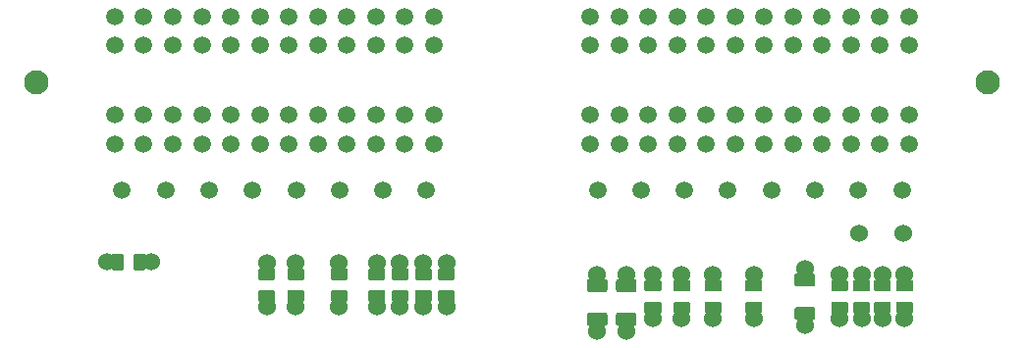
<source format=gts>
G75*
G70*
%OFA0B0*%
%FSLAX25Y25*%
%IPPOS*%
%LPD*%
%AMOC8*
5,1,8,0,0,1.08239X$1,22.5*
%
%ADD10C,0.05906*%
%ADD11C,0.06000*%
%ADD16C,0.08268*%
X0000000Y0000000D02*
%LPD*%
G01*
D16*
X0008481Y0330774D03*
X0331316Y0330774D03*
D10*
X0304741Y0353214D03*
X0294899Y0353214D03*
X0285056Y0353214D03*
X0275214Y0353214D03*
X0265371Y0353214D03*
X0255529Y0353214D03*
X0245686Y0353214D03*
X0235844Y0353214D03*
X0226001Y0353214D03*
X0216159Y0353214D03*
X0206316Y0353214D03*
X0196473Y0353214D03*
X0304741Y0343372D03*
X0294899Y0343372D03*
X0285056Y0343372D03*
X0275214Y0343372D03*
X0265371Y0343372D03*
X0255529Y0343372D03*
X0245686Y0343372D03*
X0235844Y0343372D03*
X0226001Y0343372D03*
X0216159Y0343372D03*
X0206316Y0343372D03*
X0196473Y0343372D03*
X0304741Y0319750D03*
X0294899Y0319750D03*
X0285056Y0319750D03*
X0275214Y0319750D03*
X0265371Y0319750D03*
X0255529Y0319750D03*
X0245686Y0319750D03*
X0235844Y0319750D03*
X0226001Y0319750D03*
X0216159Y0319750D03*
X0206316Y0319750D03*
X0196473Y0319750D03*
X0304741Y0309907D03*
X0294899Y0309907D03*
X0285056Y0309907D03*
X0275214Y0309907D03*
X0265371Y0309907D03*
X0255529Y0309907D03*
X0245686Y0309907D03*
X0235844Y0309907D03*
X0226001Y0309907D03*
X0216159Y0309907D03*
X0206316Y0309907D03*
X0196473Y0309907D03*
X0302281Y0294159D03*
X0287517Y0294159D03*
X0272753Y0294159D03*
X0257989Y0294159D03*
X0243225Y0294159D03*
X0228462Y0294159D03*
X0213698Y0294159D03*
X0198934Y0294159D03*
X0143324Y0353214D03*
X0133481Y0353214D03*
X0123639Y0353214D03*
X0113796Y0353214D03*
X0103954Y0353214D03*
X0094111Y0353214D03*
X0084269Y0353214D03*
X0074426Y0353214D03*
X0064584Y0353214D03*
X0054741Y0353214D03*
X0044899Y0353214D03*
X0035056Y0353214D03*
X0143324Y0343372D03*
X0133481Y0343372D03*
X0123639Y0343372D03*
X0113796Y0343372D03*
X0103954Y0343372D03*
X0094111Y0343372D03*
X0084269Y0343372D03*
X0074426Y0343372D03*
X0064584Y0343372D03*
X0054741Y0343372D03*
X0044899Y0343372D03*
X0035056Y0343372D03*
X0143324Y0319750D03*
X0133481Y0319750D03*
X0123639Y0319750D03*
X0113796Y0319750D03*
X0103954Y0319750D03*
X0094111Y0319750D03*
X0084269Y0319750D03*
X0074426Y0319750D03*
X0064584Y0319750D03*
X0054741Y0319750D03*
X0044899Y0319750D03*
X0035056Y0319750D03*
X0143324Y0309907D03*
X0133481Y0309907D03*
X0123639Y0309907D03*
X0113796Y0309907D03*
X0103954Y0309907D03*
X0094111Y0309907D03*
X0084269Y0309907D03*
X0074426Y0309907D03*
X0064584Y0309907D03*
X0054741Y0309907D03*
X0044899Y0309907D03*
X0035056Y0309907D03*
X0140863Y0294159D03*
X0126099Y0294159D03*
X0111336Y0294159D03*
X0096572Y0294159D03*
X0081808Y0294159D03*
X0067044Y0294159D03*
X0052281Y0294159D03*
X0037517Y0294159D03*
D11*
X0131890Y0269311D03*
G36*
G01*
X0129429Y0267520D02*
X0134350Y0267520D01*
G75*
G02*
X0134744Y0267126I0000000J-000394D01*
G01*
X0134744Y0263976D01*
G75*
G02*
X0134350Y0263583I-000394J0000000D01*
G01*
X0129429Y0263583D01*
G75*
G02*
X0129035Y0263976I0000000J0000394D01*
G01*
X0129035Y0267126D01*
G75*
G02*
X0129429Y0267520I0000394J0000000D01*
G01*
G37*
G36*
G01*
X0129429Y0260039D02*
X0134350Y0260039D01*
G75*
G02*
X0134744Y0259646I0000000J-000394D01*
G01*
X0134744Y0256496D01*
G75*
G02*
X0134350Y0256102I-000394J0000000D01*
G01*
X0129429Y0256102D01*
G75*
G02*
X0129035Y0256496I0000000J0000394D01*
G01*
X0129035Y0259646D01*
G75*
G02*
X0129429Y0260039I0000394J0000000D01*
G01*
G37*
X0131890Y0254311D03*
X0032244Y0269685D03*
G36*
G01*
X0034035Y0267224D02*
X0034035Y0272146D01*
G75*
G02*
X0034429Y0272539I0000394J0000000D01*
G01*
X0037579Y0272539D01*
G75*
G02*
X0037972Y0272146I0000000J-000394D01*
G01*
X0037972Y0267224D01*
G75*
G02*
X0037579Y0266831I-000394J0000000D01*
G01*
X0034429Y0266831D01*
G75*
G02*
X0034035Y0267224I0000000J0000394D01*
G01*
G37*
G36*
G01*
X0041516Y0267224D02*
X0041516Y0272146D01*
G75*
G02*
X0041910Y0272539I0000394J0000000D01*
G01*
X0045059Y0272539D01*
G75*
G02*
X0045453Y0272146I0000000J-000394D01*
G01*
X0045453Y0267224D01*
G75*
G02*
X0045059Y0266831I-000394J0000000D01*
G01*
X0041910Y0266831D01*
G75*
G02*
X0041516Y0267224I0000000J0000394D01*
G01*
G37*
X0047244Y0269685D03*
X0124016Y0269311D03*
G36*
G01*
X0121555Y0267520D02*
X0126476Y0267520D01*
G75*
G02*
X0126870Y0267126I0000000J-000394D01*
G01*
X0126870Y0263976D01*
G75*
G02*
X0126476Y0263583I-000394J0000000D01*
G01*
X0121555Y0263583D01*
G75*
G02*
X0121161Y0263976I0000000J0000394D01*
G01*
X0121161Y0267126D01*
G75*
G02*
X0121555Y0267520I0000394J0000000D01*
G01*
G37*
G36*
G01*
X0121555Y0260039D02*
X0126476Y0260039D01*
G75*
G02*
X0126870Y0259646I0000000J-000394D01*
G01*
X0126870Y0256496D01*
G75*
G02*
X0126476Y0256102I-000394J0000000D01*
G01*
X0121555Y0256102D01*
G75*
G02*
X0121161Y0256496I0000000J0000394D01*
G01*
X0121161Y0259646D01*
G75*
G02*
X0121555Y0260039I0000394J0000000D01*
G01*
G37*
X0124016Y0254311D03*
X0086614Y0269311D03*
G36*
G01*
X0084154Y0267520D02*
X0089075Y0267520D01*
G75*
G02*
X0089469Y0267126I0000000J-000394D01*
G01*
X0089469Y0263976D01*
G75*
G02*
X0089075Y0263583I-000394J0000000D01*
G01*
X0084154Y0263583D01*
G75*
G02*
X0083760Y0263976I0000000J0000394D01*
G01*
X0083760Y0267126D01*
G75*
G02*
X0084154Y0267520I0000394J0000000D01*
G01*
G37*
G36*
G01*
X0084154Y0260039D02*
X0089075Y0260039D01*
G75*
G02*
X0089469Y0259646I0000000J-000394D01*
G01*
X0089469Y0256496D01*
G75*
G02*
X0089075Y0256102I-000394J0000000D01*
G01*
X0084154Y0256102D01*
G75*
G02*
X0083760Y0256496I0000000J0000394D01*
G01*
X0083760Y0259646D01*
G75*
G02*
X0084154Y0260039I0000394J0000000D01*
G01*
G37*
X0086614Y0254311D03*
X0208661Y0265551D03*
G36*
G01*
X0205118Y0260256D02*
X0205118Y0262972D01*
G75*
G02*
X0206024Y0263878I0000906J0000000D01*
G01*
X0211299Y0263878D01*
G75*
G02*
X0212205Y0262972I0000000J-000906D01*
G01*
X0212205Y0260256D01*
G75*
G02*
X0211299Y0259350I-000906J0000000D01*
G01*
X0206024Y0259350D01*
G75*
G02*
X0205118Y0260256I0000000J0000906D01*
G01*
G37*
G36*
G01*
X0205118Y0248839D02*
X0205118Y0251555D01*
G75*
G02*
X0206024Y0252461I0000906J0000000D01*
G01*
X0211299Y0252461D01*
G75*
G02*
X0212205Y0251555I0000000J-000906D01*
G01*
X0212205Y0248839D01*
G75*
G02*
X0211299Y0247933I-000906J0000000D01*
G01*
X0206024Y0247933D01*
G75*
G02*
X0205118Y0248839I0000000J0000906D01*
G01*
G37*
X0208661Y0246260D03*
X0111220Y0269311D03*
G36*
G01*
X0108760Y0267520D02*
X0113681Y0267520D01*
G75*
G02*
X0114075Y0267126I0000000J-000394D01*
G01*
X0114075Y0263976D01*
G75*
G02*
X0113681Y0263583I-000394J0000000D01*
G01*
X0108760Y0263583D01*
G75*
G02*
X0108366Y0263976I0000000J0000394D01*
G01*
X0108366Y0267126D01*
G75*
G02*
X0108760Y0267520I0000394J0000000D01*
G01*
G37*
G36*
G01*
X0108760Y0260039D02*
X0113681Y0260039D01*
G75*
G02*
X0114075Y0259646I0000000J-000394D01*
G01*
X0114075Y0256496D01*
G75*
G02*
X0113681Y0256102I-000394J0000000D01*
G01*
X0108760Y0256102D01*
G75*
G02*
X0108366Y0256496I0000000J0000394D01*
G01*
X0108366Y0259646D01*
G75*
G02*
X0108760Y0260039I0000394J0000000D01*
G01*
G37*
X0111220Y0254311D03*
X0269291Y0267520D03*
G36*
G01*
X0265748Y0262224D02*
X0265748Y0264941D01*
G75*
G02*
X0266654Y0265846I0000906J0000000D01*
G01*
X0271929Y0265846D01*
G75*
G02*
X0272835Y0264941I0000000J-000906D01*
G01*
X0272835Y0262224D01*
G75*
G02*
X0271929Y0261319I-000906J0000000D01*
G01*
X0266654Y0261319D01*
G75*
G02*
X0265748Y0262224I0000000J0000906D01*
G01*
G37*
G36*
G01*
X0265748Y0250807D02*
X0265748Y0253524D01*
G75*
G02*
X0266654Y0254429I0000906J0000000D01*
G01*
X0271929Y0254429D01*
G75*
G02*
X0272835Y0253524I0000000J-000906D01*
G01*
X0272835Y0250807D01*
G75*
G02*
X0271929Y0249902I-000906J0000000D01*
G01*
X0266654Y0249902D01*
G75*
G02*
X0265748Y0250807I0000000J0000906D01*
G01*
G37*
X0269291Y0248228D03*
X0198819Y0265551D03*
G36*
G01*
X0195276Y0260256D02*
X0195276Y0262972D01*
G75*
G02*
X0196181Y0263878I0000906J0000000D01*
G01*
X0201457Y0263878D01*
G75*
G02*
X0202362Y0262972I0000000J-000906D01*
G01*
X0202362Y0260256D01*
G75*
G02*
X0201457Y0259350I-000906J0000000D01*
G01*
X0196181Y0259350D01*
G75*
G02*
X0195276Y0260256I0000000J0000906D01*
G01*
G37*
G36*
G01*
X0195276Y0248839D02*
X0195276Y0251555D01*
G75*
G02*
X0196181Y0252461I0000906J0000000D01*
G01*
X0201457Y0252461D01*
G75*
G02*
X0202362Y0251555I0000000J-000906D01*
G01*
X0202362Y0248839D01*
G75*
G02*
X0201457Y0247933I-000906J0000000D01*
G01*
X0196181Y0247933D01*
G75*
G02*
X0195276Y0248839I0000000J0000906D01*
G01*
G37*
X0198819Y0246260D03*
X0251969Y0265374D03*
G36*
G01*
X0249508Y0263583D02*
X0254429Y0263583D01*
G75*
G02*
X0254823Y0263189I0000000J-000394D01*
G01*
X0254823Y0260039D01*
G75*
G02*
X0254429Y0259646I-000394J0000000D01*
G01*
X0249508Y0259646D01*
G75*
G02*
X0249114Y0260039I0000000J0000394D01*
G01*
X0249114Y0263189D01*
G75*
G02*
X0249508Y0263583I0000394J0000000D01*
G01*
G37*
G36*
G01*
X0249508Y0256102D02*
X0254429Y0256102D01*
G75*
G02*
X0254823Y0255709I0000000J-000394D01*
G01*
X0254823Y0252559D01*
G75*
G02*
X0254429Y0252165I-000394J0000000D01*
G01*
X0249508Y0252165D01*
G75*
G02*
X0249114Y0252559I0000000J0000394D01*
G01*
X0249114Y0255709D01*
G75*
G02*
X0249508Y0256102I0000394J0000000D01*
G01*
G37*
X0251969Y0250374D03*
X0147638Y0269311D03*
G36*
G01*
X0145177Y0267520D02*
X0150098Y0267520D01*
G75*
G02*
X0150492Y0267126I0000000J-000394D01*
G01*
X0150492Y0263976D01*
G75*
G02*
X0150098Y0263583I-000394J0000000D01*
G01*
X0145177Y0263583D01*
G75*
G02*
X0144783Y0263976I0000000J0000394D01*
G01*
X0144783Y0267126D01*
G75*
G02*
X0145177Y0267520I0000394J0000000D01*
G01*
G37*
G36*
G01*
X0145177Y0260039D02*
X0150098Y0260039D01*
G75*
G02*
X0150492Y0259646I0000000J-000394D01*
G01*
X0150492Y0256496D01*
G75*
G02*
X0150098Y0256102I-000394J0000000D01*
G01*
X0145177Y0256102D01*
G75*
G02*
X0144783Y0256496I0000000J0000394D01*
G01*
X0144783Y0259646D01*
G75*
G02*
X0145177Y0260039I0000394J0000000D01*
G01*
G37*
X0147638Y0254311D03*
X0303150Y0265374D03*
G36*
G01*
X0300689Y0263583D02*
X0305610Y0263583D01*
G75*
G02*
X0306004Y0263189I0000000J-000394D01*
G01*
X0306004Y0260039D01*
G75*
G02*
X0305610Y0259646I-000394J0000000D01*
G01*
X0300689Y0259646D01*
G75*
G02*
X0300295Y0260039I0000000J0000394D01*
G01*
X0300295Y0263189D01*
G75*
G02*
X0300689Y0263583I0000394J0000000D01*
G01*
G37*
G36*
G01*
X0300689Y0256102D02*
X0305610Y0256102D01*
G75*
G02*
X0306004Y0255709I0000000J-000394D01*
G01*
X0306004Y0252559D01*
G75*
G02*
X0305610Y0252165I-000394J0000000D01*
G01*
X0300689Y0252165D01*
G75*
G02*
X0300295Y0252559I0000000J0000394D01*
G01*
X0300295Y0255709D01*
G75*
G02*
X0300689Y0256102I0000394J0000000D01*
G01*
G37*
X0303150Y0250374D03*
X0281102Y0265374D03*
G36*
G01*
X0278642Y0263583D02*
X0283563Y0263583D01*
G75*
G02*
X0283957Y0263189I0000000J-000394D01*
G01*
X0283957Y0260039D01*
G75*
G02*
X0283563Y0259646I-000394J0000000D01*
G01*
X0278642Y0259646D01*
G75*
G02*
X0278248Y0260039I0000000J0000394D01*
G01*
X0278248Y0263189D01*
G75*
G02*
X0278642Y0263583I0000394J0000000D01*
G01*
G37*
G36*
G01*
X0278642Y0256102D02*
X0283563Y0256102D01*
G75*
G02*
X0283957Y0255709I0000000J-000394D01*
G01*
X0283957Y0252559D01*
G75*
G02*
X0283563Y0252165I-000394J0000000D01*
G01*
X0278642Y0252165D01*
G75*
G02*
X0278248Y0252559I0000000J0000394D01*
G01*
X0278248Y0255709D01*
G75*
G02*
X0278642Y0256102I0000394J0000000D01*
G01*
G37*
X0281102Y0250374D03*
X0288583Y0265374D03*
G36*
G01*
X0286122Y0263583D02*
X0291043Y0263583D01*
G75*
G02*
X0291437Y0263189I0000000J-000394D01*
G01*
X0291437Y0260039D01*
G75*
G02*
X0291043Y0259646I-000394J0000000D01*
G01*
X0286122Y0259646D01*
G75*
G02*
X0285728Y0260039I0000000J0000394D01*
G01*
X0285728Y0263189D01*
G75*
G02*
X0286122Y0263583I0000394J0000000D01*
G01*
G37*
G36*
G01*
X0286122Y0256102D02*
X0291043Y0256102D01*
G75*
G02*
X0291437Y0255709I0000000J-000394D01*
G01*
X0291437Y0252559D01*
G75*
G02*
X0291043Y0252165I-000394J0000000D01*
G01*
X0286122Y0252165D01*
G75*
G02*
X0285728Y0252559I0000000J0000394D01*
G01*
X0285728Y0255709D01*
G75*
G02*
X0286122Y0256102I0000394J0000000D01*
G01*
G37*
X0288583Y0250374D03*
X0139764Y0269311D03*
G36*
G01*
X0137303Y0267520D02*
X0142224Y0267520D01*
G75*
G02*
X0142618Y0267126I0000000J-000394D01*
G01*
X0142618Y0263976D01*
G75*
G02*
X0142224Y0263583I-000394J0000000D01*
G01*
X0137303Y0263583D01*
G75*
G02*
X0136909Y0263976I0000000J0000394D01*
G01*
X0136909Y0267126D01*
G75*
G02*
X0137303Y0267520I0000394J0000000D01*
G01*
G37*
G36*
G01*
X0137303Y0260039D02*
X0142224Y0260039D01*
G75*
G02*
X0142618Y0259646I0000000J-000394D01*
G01*
X0142618Y0256496D01*
G75*
G02*
X0142224Y0256102I-000394J0000000D01*
G01*
X0137303Y0256102D01*
G75*
G02*
X0136909Y0256496I0000000J0000394D01*
G01*
X0136909Y0259646D01*
G75*
G02*
X0137303Y0260039I0000394J0000000D01*
G01*
G37*
X0139764Y0254311D03*
X0295669Y0265374D03*
G36*
G01*
X0293209Y0263583D02*
X0298130Y0263583D01*
G75*
G02*
X0298524Y0263189I0000000J-000394D01*
G01*
X0298524Y0260039D01*
G75*
G02*
X0298130Y0259646I-000394J0000000D01*
G01*
X0293209Y0259646D01*
G75*
G02*
X0292815Y0260039I0000000J0000394D01*
G01*
X0292815Y0263189D01*
G75*
G02*
X0293209Y0263583I0000394J0000000D01*
G01*
G37*
G36*
G01*
X0293209Y0256102D02*
X0298130Y0256102D01*
G75*
G02*
X0298524Y0255709I0000000J-000394D01*
G01*
X0298524Y0252559D01*
G75*
G02*
X0298130Y0252165I-000394J0000000D01*
G01*
X0293209Y0252165D01*
G75*
G02*
X0292815Y0252559I0000000J0000394D01*
G01*
X0292815Y0255709D01*
G75*
G02*
X0293209Y0256102I0000394J0000000D01*
G01*
G37*
X0295669Y0250374D03*
X0096457Y0269311D03*
G36*
G01*
X0093996Y0267520D02*
X0098917Y0267520D01*
G75*
G02*
X0099311Y0267126I0000000J-000394D01*
G01*
X0099311Y0263976D01*
G75*
G02*
X0098917Y0263583I-000394J0000000D01*
G01*
X0093996Y0263583D01*
G75*
G02*
X0093602Y0263976I0000000J0000394D01*
G01*
X0093602Y0267126D01*
G75*
G02*
X0093996Y0267520I0000394J0000000D01*
G01*
G37*
G36*
G01*
X0093996Y0260039D02*
X0098917Y0260039D01*
G75*
G02*
X0099311Y0259646I0000000J-000394D01*
G01*
X0099311Y0256496D01*
G75*
G02*
X0098917Y0256102I-000394J0000000D01*
G01*
X0093996Y0256102D01*
G75*
G02*
X0093602Y0256496I0000000J0000394D01*
G01*
X0093602Y0259646D01*
G75*
G02*
X0093996Y0260039I0000394J0000000D01*
G01*
G37*
X0096457Y0254311D03*
X0227559Y0265374D03*
G36*
G01*
X0225098Y0263583D02*
X0230020Y0263583D01*
G75*
G02*
X0230413Y0263189I0000000J-000394D01*
G01*
X0230413Y0260039D01*
G75*
G02*
X0230020Y0259646I-000394J0000000D01*
G01*
X0225098Y0259646D01*
G75*
G02*
X0224705Y0260039I0000000J0000394D01*
G01*
X0224705Y0263189D01*
G75*
G02*
X0225098Y0263583I0000394J0000000D01*
G01*
G37*
G36*
G01*
X0225098Y0256102D02*
X0230020Y0256102D01*
G75*
G02*
X0230413Y0255709I0000000J-000394D01*
G01*
X0230413Y0252559D01*
G75*
G02*
X0230020Y0252165I-000394J0000000D01*
G01*
X0225098Y0252165D01*
G75*
G02*
X0224705Y0252559I0000000J0000394D01*
G01*
X0224705Y0255709D01*
G75*
G02*
X0225098Y0256102I0000394J0000000D01*
G01*
G37*
X0227559Y0250374D03*
X0238189Y0265374D03*
G36*
G01*
X0235728Y0263583D02*
X0240650Y0263583D01*
G75*
G02*
X0241043Y0263189I0000000J-000394D01*
G01*
X0241043Y0260039D01*
G75*
G02*
X0240650Y0259646I-000394J0000000D01*
G01*
X0235728Y0259646D01*
G75*
G02*
X0235335Y0260039I0000000J0000394D01*
G01*
X0235335Y0263189D01*
G75*
G02*
X0235728Y0263583I0000394J0000000D01*
G01*
G37*
G36*
G01*
X0235728Y0256102D02*
X0240650Y0256102D01*
G75*
G02*
X0241043Y0255709I0000000J-000394D01*
G01*
X0241043Y0252559D01*
G75*
G02*
X0240650Y0252165I-000394J0000000D01*
G01*
X0235728Y0252165D01*
G75*
G02*
X0235335Y0252559I0000000J0000394D01*
G01*
X0235335Y0255709D01*
G75*
G02*
X0235728Y0256102I0000394J0000000D01*
G01*
G37*
X0238189Y0250374D03*
X0217717Y0265374D03*
G36*
G01*
X0215256Y0263583D02*
X0220177Y0263583D01*
G75*
G02*
X0220571Y0263189I0000000J-000394D01*
G01*
X0220571Y0260039D01*
G75*
G02*
X0220177Y0259646I-000394J0000000D01*
G01*
X0215256Y0259646D01*
G75*
G02*
X0214862Y0260039I0000000J0000394D01*
G01*
X0214862Y0263189D01*
G75*
G02*
X0215256Y0263583I0000394J0000000D01*
G01*
G37*
G36*
G01*
X0215256Y0256102D02*
X0220177Y0256102D01*
G75*
G02*
X0220571Y0255709I0000000J-000394D01*
G01*
X0220571Y0252559D01*
G75*
G02*
X0220177Y0252165I-000394J0000000D01*
G01*
X0215256Y0252165D01*
G75*
G02*
X0214862Y0252559I0000000J0000394D01*
G01*
X0214862Y0255709D01*
G75*
G02*
X0215256Y0256102I0000394J0000000D01*
G01*
G37*
X0217717Y0250374D03*
X0287756Y0279528D03*
X0302756Y0279528D03*
M02*

</source>
